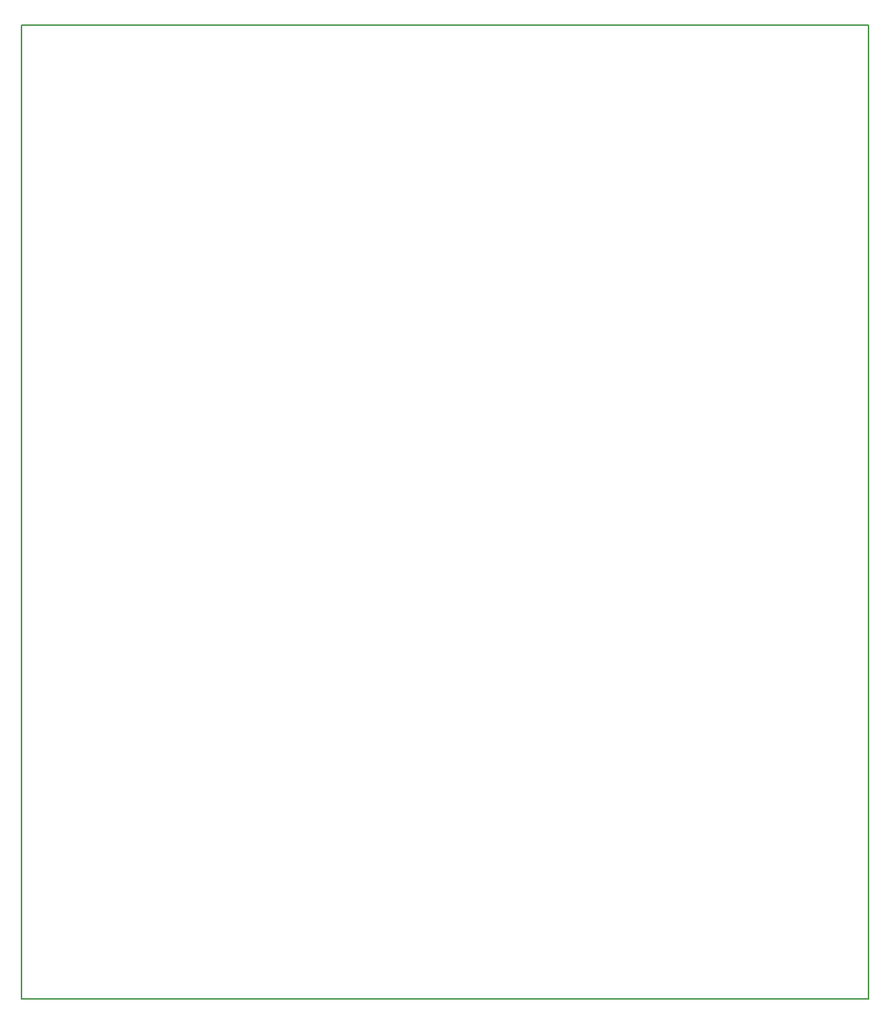
<source format=gbr>
%TF.GenerationSoftware,KiCad,Pcbnew,(6.0.11)*%
%TF.CreationDate,2023-05-22T16:35:14-05:00*%
%TF.ProjectId,Z80ESP,5a383045-5350-42e6-9b69-6361645f7063,rev?*%
%TF.SameCoordinates,Original*%
%TF.FileFunction,Profile,NP*%
%FSLAX46Y46*%
G04 Gerber Fmt 4.6, Leading zero omitted, Abs format (unit mm)*
G04 Created by KiCad (PCBNEW (6.0.11)) date 2023-05-22 16:35:14*
%MOMM*%
%LPD*%
G01*
G04 APERTURE LIST*
%TA.AperFunction,Profile*%
%ADD10C,0.150000*%
%TD*%
G04 APERTURE END LIST*
D10*
X145000000Y-31000000D02*
X45000000Y-31000000D01*
X145000000Y-146000000D02*
X145000000Y-31000000D01*
X45000000Y-31000000D02*
X45000000Y-146000000D01*
X45000000Y-146000000D02*
X145000000Y-146000000D01*
M02*

</source>
